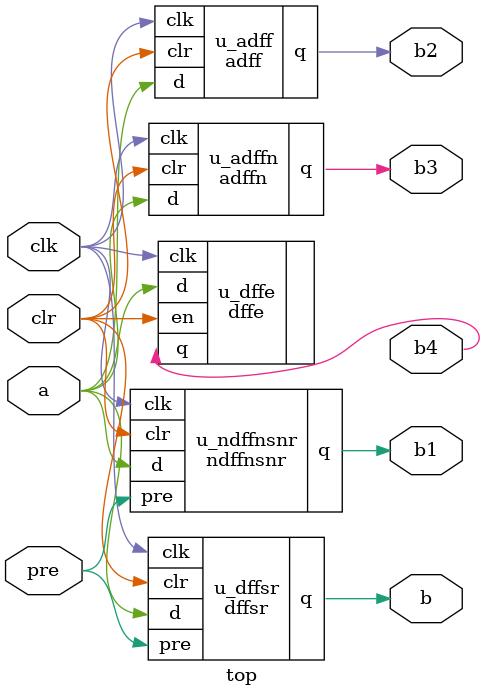
<source format=v>
module adff
    ( input d, clk, clr, output reg q );
    initial begin
      q = 0;
    end
	always @( posedge clk, posedge clr )
		if ( clr )
			q <= 1'b0;
		else
            q <= d;
endmodule

module adffn
    ( input d, clk, clr, output reg q );
    initial begin
      q = 0;
    end
	always @( posedge clk, negedge clr )
		if ( !clr )
			q <= 1'b0;
		else
            q <= d;
endmodule

module dffsr
    ( input d, clk, pre, clr, output reg q );
    initial begin
      q = 0;
    end
	always @( posedge clk, posedge pre, posedge clr )
		if ( clr )
			q <= 1'b0;
		else if ( pre )
			q <= 1'b1;
		else
            q <= d;
endmodule

module ndffnsnr
    ( input d, clk, pre, clr, output reg q );
    initial begin
      q = 0;
    end
	always @( negedge clk, negedge pre, negedge clr )
		if ( !clr )
			q <= 1'b0;
		else if ( !pre )
			q <= 1'b1;
		else
            q <= d;
endmodule

module top (
input clk,
input clr,
input pre,
input a,
output b,b1,b2,b3,b4
);

dffsr u_dffsr (
        .clk (clk ),
        .clr (clr),
        .pre (pre),
        .d (a ),
        .q (b )
    );

ndffnsnr u_ndffnsnr (
        .clk (clk ),
        .clr (clr),
        .pre (pre),
        .d (a ),
        .q (b1 )
    );

adff u_adff (
        .clk (clk ),
        .clr (clr),
        .d (a ),
        .q (b2 )
    );

adffn u_adffn (
        .clk (clk ),
        .clr (clr),
        .d (a ),
        .q (b3 )
    );

dffe u_dffe (
        .clk (clk ),
        .en (clr),
        .d (a ),
        .q (b4 )
    );

endmodule

</source>
